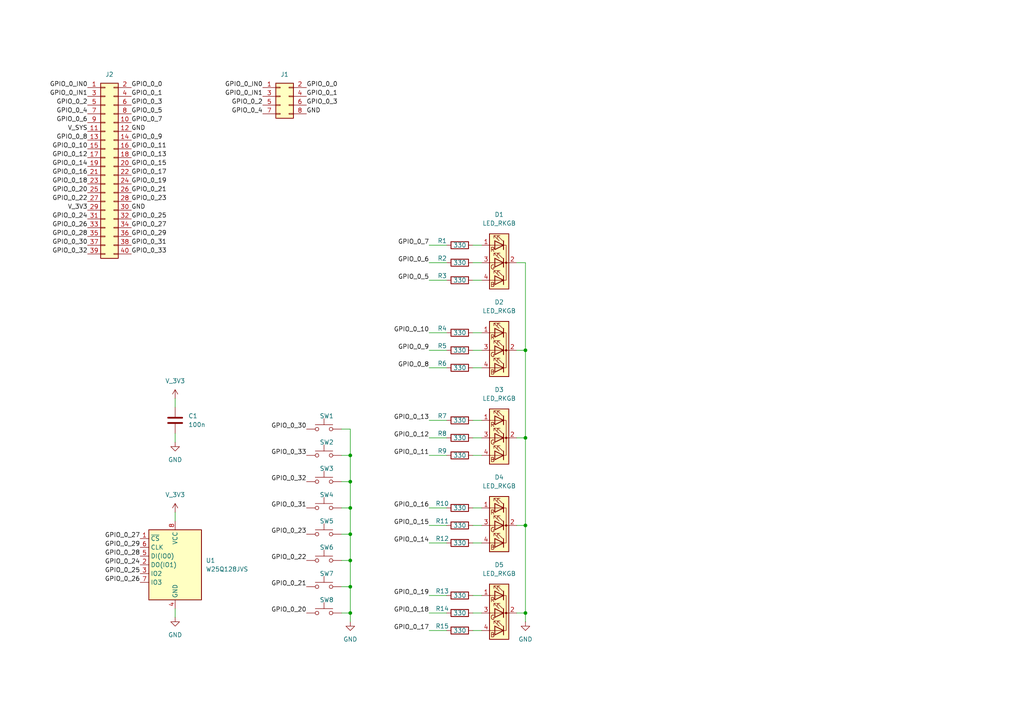
<source format=kicad_sch>
(kicad_sch (version 20231120) (generator "eeschema") (generator_version "8.0")
  (paper "A4")
  (title_block (title "FPGA IO board") (date "2024-09-12"))
  (lib_symbols
    (symbol "Connector_Generic:Conn_02x04_Odd_Even" (pin_names (offset 1.016) hide)
      (property "Reference" "J" (at 1.27 5.08 0))
      (property "Value" "Conn_02x04_Odd_Even" (at 1.27 -7.62 0))
      (symbol "Conn_02x04_Odd_Even_1_1"
        (rectangle (start -1.27 -4.953) (end 0 -5.207) (stroke (width 0.1524)))
        (rectangle (start -1.27 -2.413) (end 0 -2.667) (stroke (width 0.1524)))
        (rectangle (start -1.27 0.127) (end 0 -0.127) (stroke (width 0.1524)))
        (rectangle (start -1.27 2.667) (end 0 2.413) (stroke (width 0.1524)))
        (rectangle (start -1.27 3.81) (end 3.81 -6.35) (stroke (width 0.254)) (fill (type background)))
        (rectangle (start 3.81 -4.953) (end 2.54 -5.207) (stroke (width 0.1524)))
        (rectangle (start 3.81 -2.413) (end 2.54 -2.667) (stroke (width 0.1524)))
        (rectangle (start 3.81 0.127) (end 2.54 -0.127) (stroke (width 0.1524)))
        (rectangle (start 3.81 2.667) (end 2.54 2.413) (stroke (width 0.1524)))
        (pin passive line (at -5.08 2.54 0) (length 3.81) (name "Pin_1") (number "1"))
        (pin passive line (at 7.62 2.54 180) (length 3.81) (name "Pin_2") (number "2"))
        (pin passive line (at -5.08 0 0) (length 3.81) (name "Pin_3") (number "3"))
        (pin passive line (at 7.62 0 180) (length 3.81) (name "Pin_4") (number "4"))
        (pin passive line (at -5.08 -2.54 0) (length 3.81) (name "Pin_5") (number "5"))
        (pin passive line (at 7.62 -2.54 180) (length 3.81) (name "Pin_6") (number "6"))
        (pin passive line (at -5.08 -5.08 0) (length 3.81) (name "Pin_7") (number "7"))
        (pin passive line (at 7.62 -5.08 180) (length 3.81) (name "Pin_8") (number "8"))
      )
    )
    (symbol "Connector_Generic:Conn_02x20_Odd_Even" (pin_names (offset 1.016) hide)
      (property "Reference" "J" (at 1.27 25.4 0))
      (property "Value" "Conn_02x20_Odd_Even" (at 1.27 -27.94 0))
      (symbol "Conn_02x20_Odd_Even_1_1"
        (rectangle (start -1.27 -25.273) (end 0 -25.527) (stroke (width 0.1524)))
        (rectangle (start -1.27 -22.733) (end 0 -22.987) (stroke (width 0.1524)))
        (rectangle (start -1.27 -20.193) (end 0 -20.447) (stroke (width 0.1524)))
        (rectangle (start -1.27 -17.653) (end 0 -17.907) (stroke (width 0.1524)))
        (rectangle (start -1.27 -15.113) (end 0 -15.367) (stroke (width 0.1524)))
        (rectangle (start -1.27 -12.573) (end 0 -12.827) (stroke (width 0.1524)))
        (rectangle (start -1.27 -10.033) (end 0 -10.287) (stroke (width 0.1524)))
        (rectangle (start -1.27 -7.493) (end 0 -7.747) (stroke (width 0.1524)))
        (rectangle (start -1.27 -4.953) (end 0 -5.207) (stroke (width 0.1524)))
        (rectangle (start -1.27 -2.413) (end 0 -2.667) (stroke (width 0.1524)))
        (rectangle (start -1.27 0.127) (end 0 -0.127) (stroke (width 0.1524)))
        (rectangle (start -1.27 2.667) (end 0 2.413) (stroke (width 0.1524)))
        (rectangle (start -1.27 5.207) (end 0 4.953) (stroke (width 0.1524)))
        (rectangle (start -1.27 7.747) (end 0 7.493) (stroke (width 0.1524)))
        (rectangle (start -1.27 10.287) (end 0 10.033) (stroke (width 0.1524)))
        (rectangle (start -1.27 12.827) (end 0 12.573) (stroke (width 0.1524)))
        (rectangle (start -1.27 15.367) (end 0 15.113) (stroke (width 0.1524)))
        (rectangle (start -1.27 17.907) (end 0 17.653) (stroke (width 0.1524)))
        (rectangle (start -1.27 20.447) (end 0 20.193) (stroke (width 0.1524)))
        (rectangle (start -1.27 22.987) (end 0 22.733) (stroke (width 0.1524)))
        (rectangle (start -1.27 24.13) (end 3.81 -26.67) (stroke (width 0.254)) (fill (type background)))
        (rectangle (start 3.81 -25.273) (end 2.54 -25.527) (stroke (width 0.1524)))
        (rectangle (start 3.81 -22.733) (end 2.54 -22.987) (stroke (width 0.1524)))
        (rectangle (start 3.81 -20.193) (end 2.54 -20.447) (stroke (width 0.1524)))
        (rectangle (start 3.81 -17.653) (end 2.54 -17.907) (stroke (width 0.1524)))
        (rectangle (start 3.81 -15.113) (end 2.54 -15.367) (stroke (width 0.1524)))
        (rectangle (start 3.81 -12.573) (end 2.54 -12.827) (stroke (width 0.1524)))
        (rectangle (start 3.81 -10.033) (end 2.54 -10.287) (stroke (width 0.1524)))
        (rectangle (start 3.81 -7.493) (end 2.54 -7.747) (stroke (width 0.1524)))
        (rectangle (start 3.81 -4.953) (end 2.54 -5.207) (stroke (width 0.1524)))
        (rectangle (start 3.81 -2.413) (end 2.54 -2.667) (stroke (width 0.1524)))
        (rectangle (start 3.81 0.127) (end 2.54 -0.127) (stroke (width 0.1524)))
        (rectangle (start 3.81 2.667) (end 2.54 2.413) (stroke (width 0.1524)))
        (rectangle (start 3.81 5.207) (end 2.54 4.953) (stroke (width 0.1524)))
        (rectangle (start 3.81 7.747) (end 2.54 7.493) (stroke (width 0.1524)))
        (rectangle (start 3.81 10.287) (end 2.54 10.033) (stroke (width 0.1524)))
        (rectangle (start 3.81 12.827) (end 2.54 12.573) (stroke (width 0.1524)))
        (rectangle (start 3.81 15.367) (end 2.54 15.113) (stroke (width 0.1524)))
        (rectangle (start 3.81 17.907) (end 2.54 17.653) (stroke (width 0.1524)))
        (rectangle (start 3.81 20.447) (end 2.54 20.193) (stroke (width 0.1524)))
        (rectangle (start 3.81 22.987) (end 2.54 22.733) (stroke (width 0.1524)))
        (pin passive line (at -5.08 22.86 0) (length 3.81) (name "Pin_1") (number "1"))
        (pin passive line (at 7.62 12.7 180) (length 3.81) (name "Pin_10") (number "10"))
        (pin passive line (at -5.08 10.16 0) (length 3.81) (name "Pin_11") (number "11"))
        (pin passive line (at 7.62 10.16 180) (length 3.81) (name "Pin_12") (number "12"))
        (pin passive line (at -5.08 7.62 0) (length 3.81) (name "Pin_13") (number "13"))
        (pin passive line (at 7.62 7.62 180) (length 3.81) (name "Pin_14") (number "14"))
        (pin passive line (at -5.08 5.08 0) (length 3.81) (name "Pin_15") (number "15"))
        (pin passive line (at 7.62 5.08 180) (length 3.81) (name "Pin_16") (number "16"))
        (pin passive line (at -5.08 2.54 0) (length 3.81) (name "Pin_17") (number "17"))
        (pin passive line (at 7.62 2.54 180) (length 3.81) (name "Pin_18") (number "18"))
        (pin passive line (at -5.08 0 0) (length 3.81) (name "Pin_19") (number "19"))
        (pin passive line (at 7.62 22.86 180) (length 3.81) (name "Pin_2") (number "2"))
        (pin passive line (at 7.62 0 180) (length 3.81) (name "Pin_20") (number "20"))
        (pin passive line (at -5.08 -2.54 0) (length 3.81) (name "Pin_21") (number "21"))
        (pin passive line (at 7.62 -2.54 180) (length 3.81) (name "Pin_22") (number "22"))
        (pin passive line (at -5.08 -5.08 0) (length 3.81) (name "Pin_23") (number "23"))
        (pin passive line (at 7.62 -5.08 180) (length 3.81) (name "Pin_24") (number "24"))
        (pin passive line (at -5.08 -7.62 0) (length 3.81) (name "Pin_25") (number "25"))
        (pin passive line (at 7.62 -7.62 180) (length 3.81) (name "Pin_26") (number "26"))
        (pin passive line (at -5.08 -10.16 0) (length 3.81) (name "Pin_27") (number "27"))
        (pin passive line (at 7.62 -10.16 180) (length 3.81) (name "Pin_28") (number "28"))
        (pin passive line (at -5.08 -12.7 0) (length 3.81) (name "Pin_29") (number "29"))
        (pin passive line (at -5.08 20.32 0) (length 3.81) (name "Pin_3") (number "3"))
        (pin passive line (at 7.62 -12.7 180) (length 3.81) (name "Pin_30") (number "30"))
        (pin passive line (at -5.08 -15.24 0) (length 3.81) (name "Pin_31") (number "31"))
        (pin passive line (at 7.62 -15.24 180) (length 3.81) (name "Pin_32") (number "32"))
        (pin passive line (at -5.08 -17.78 0) (length 3.81) (name "Pin_33") (number "33"))
        (pin passive line (at 7.62 -17.78 180) (length 3.81) (name "Pin_34") (number "34"))
        (pin passive line (at -5.08 -20.32 0) (length 3.81) (name "Pin_35") (number "35"))
        (pin passive line (at 7.62 -20.32 180) (length 3.81) (name "Pin_36") (number "36"))
        (pin passive line (at -5.08 -22.86 0) (length 3.81) (name "Pin_37") (number "37"))
        (pin passive line (at 7.62 -22.86 180) (length 3.81) (name "Pin_38") (number "38"))
        (pin passive line (at -5.08 -25.4 0) (length 3.81) (name "Pin_39") (number "39"))
        (pin passive line (at 7.62 20.32 180) (length 3.81) (name "Pin_4") (number "4"))
        (pin passive line (at 7.62 -25.4 180) (length 3.81) (name "Pin_40") (number "40"))
        (pin passive line (at -5.08 17.78 0) (length 3.81) (name "Pin_5") (number "5"))
        (pin passive line (at 7.62 17.78 180) (length 3.81) (name "Pin_6") (number "6"))
        (pin passive line (at -5.08 15.24 0) (length 3.81) (name "Pin_7") (number "7"))
        (pin passive line (at 7.62 15.24 180) (length 3.81) (name "Pin_8") (number "8"))
        (pin passive line (at -5.08 12.7 0) (length 3.81) (name "Pin_9") (number "9"))
      )
    )
    (symbol "Device:C" (pin_numbers hide) (pin_names (offset 0.254))
      (property "Reference" "C" (at 0.635 2.54 0))
      (property "Value" "C" (at 0.635 -2.54 0))
      (symbol "C_0_1"
        (polyline (pts (xy -2.032 -0.762) (xy 2.032 -0.762)) (stroke (width 0.508)))
        (polyline (pts (xy -2.032 0.762) (xy 2.032 0.762)) (stroke (width 0.508)))
      )
      (symbol "C_1_1"
        (pin passive line (at 0 3.81 270) (length 2.794) (name "~") (number "1"))
        (pin passive line (at 0 -3.81 90) (length 2.794) (name "~") (number "2"))
      )
    )
    (symbol "Device:LED_RKGB" (pin_names (offset 0) hide)
      (property "Reference" "D" (at 0 9.398 0))
      (property "Value" "LED_RKGB" (at 0 -8.89 0))
      (symbol "LED_RKGB_0_0"
        (text "B" (at 1.905 -6.35 0) (effects (font (size 1.27 1.27))))
        (text "G" (at 1.905 -1.27 0) (effects (font (size 1.27 1.27))))
        (text "R" (at 1.905 3.81 0) (effects (font (size 1.27 1.27))))
      )
      (symbol "LED_RKGB_0_1"
        (circle (center -2.032 0) (radius 0.254) (fill (type outline)))
        (polyline (pts (xy -1.27 -5.08) (xy 1.27 -5.08)))
        (polyline (pts (xy -1.27 -3.81) (xy -1.27 -6.35)) (stroke (width 0.254)))
        (polyline (pts (xy -1.27 0) (xy -2.54 0)))
        (polyline (pts (xy -1.27 1.27) (xy -1.27 -1.27)) (stroke (width 0.254)))
        (polyline (pts (xy -1.27 5.08) (xy 1.27 5.08)))
        (polyline (pts (xy -1.27 6.35) (xy -1.27 3.81)) (stroke (width 0.254)))
        (polyline (pts (xy 1.27 -5.08) (xy 2.54 -5.08)))
        (polyline (pts (xy 1.27 0) (xy -1.27 0)))
        (polyline (pts (xy 1.27 0) (xy 2.54 0)))
        (polyline (pts (xy 1.27 5.08) (xy 2.54 5.08)))
        (polyline (pts (xy -1.27 1.27) (xy -1.27 -1.27) (xy -1.27 -1.27)))
        (polyline (pts (xy -1.27 6.35) (xy -1.27 3.81) (xy -1.27 3.81)))
        (polyline (pts (xy -1.27 5.08) (xy -2.032 5.08) (xy -2.032 -5.08) (xy -1.016 -5.08)))
        (polyline (pts (xy 1.27 -3.81) (xy 1.27 -6.35) (xy -1.27 -5.08) (xy 1.27 -3.81)) (stroke (width 0.254)))
        (polyline (pts (xy 1.27 1.27) (xy 1.27 -1.27) (xy -1.27 0) (xy 1.27 1.27)) (stroke (width 0.254)))
        (polyline (pts (xy 1.27 6.35) (xy 1.27 3.81) (xy -1.27 5.08) (xy 1.27 6.35)) (stroke (width 0.254)))
        (polyline (pts (xy -1.016 -3.81) (xy 0.508 -2.286) (xy -0.254 -2.286) (xy 0.508 -2.286) (xy 0.508 -3.048)))
        (polyline (pts (xy -1.016 1.27) (xy 0.508 2.794) (xy -0.254 2.794) (xy 0.508 2.794) (xy 0.508 2.032)))
        (polyline (pts (xy -1.016 6.35) (xy 0.508 7.874) (xy -0.254 7.874) (xy 0.508 7.874) (xy 0.508 7.112)))
        (polyline (pts (xy 0 -3.81) (xy 1.524 -2.286) (xy 0.762 -2.286) (xy 1.524 -2.286) (xy 1.524 -3.048)))
        (polyline (pts (xy 0 1.27) (xy 1.524 2.794) (xy 0.762 2.794) (xy 1.524 2.794) (xy 1.524 2.032)))
        (polyline (pts (xy 0 6.35) (xy 1.524 7.874) (xy 0.762 7.874) (xy 1.524 7.874) (xy 1.524 7.112)))
        (rectangle (start 1.27 -1.27) (end 1.27 1.27))
        (rectangle (start 1.27 1.27) (end 1.27 1.27))
        (rectangle (start 1.27 3.81) (end 1.27 6.35))
        (rectangle (start 1.27 6.35) (end 1.27 6.35))
        (rectangle (start 2.794 8.382) (end -2.794 -7.62) (stroke (width 0.254)) (fill (type background)))
      )
      (symbol "LED_RKGB_1_1"
        (pin passive line (at 5.08 5.08 180) (length 2.54) (name "RA") (number "1"))
        (pin passive line (at -5.08 0 0) (length 2.54) (name "K") (number "2"))
        (pin passive line (at 5.08 0 180) (length 2.54) (name "GA") (number "3"))
        (pin passive line (at 5.08 -5.08 180) (length 2.54) (name "BA") (number "4"))
      )
    )
    (symbol "Device:R" (pin_numbers hide) (pin_names (offset 0))
      (property "Reference" "R" (at 2.032 0 90))
      (property "Value" "R" (at 0 0 90))
      (symbol "R_0_1"
        (rectangle (start -1.016 -2.54) (end 1.016 2.54) (stroke (width 0.254)))
      )
      (symbol "R_1_1"
        (pin passive line (at 0 3.81 270) (length 1.27) (name "~") (number "1"))
        (pin passive line (at 0 -3.81 90) (length 1.27) (name "~") (number "2"))
      )
    )
    (symbol "Memory_Flash:W25Q128JVS"
      (property "Reference" "U" (at -8.89 8.89 0))
      (property "Value" "W25Q128JVS" (at 7.62 8.89 0))
      (symbol "W25Q128JVS_0_1"
        (rectangle (start -7.62 10.16) (end 7.62 -10.16) (stroke (width 0.254)) (fill (type background)))
      )
      (symbol "W25Q128JVS_1_1"
        (pin input line (at -10.16 7.62 0) (length 2.54) (name "~{CS}") (number "1"))
        (pin bidirectional line (at -10.16 0 0) (length 2.54) (name "DO(IO1)") (number "2"))
        (pin bidirectional line (at -10.16 -2.54 0) (length 2.54) (name "IO2") (number "3"))
        (pin power_in line (at 0 -12.7 90) (length 2.54) (name "GND") (number "4"))
        (pin bidirectional line (at -10.16 2.54 0) (length 2.54) (name "DI(IO0)") (number "5"))
        (pin input line (at -10.16 5.08 0) (length 2.54) (name "CLK") (number "6"))
        (pin bidirectional line (at -10.16 -5.08 0) (length 2.54) (name "IO3") (number "7"))
        (pin power_in line (at 0 12.7 270) (length 2.54) (name "VCC") (number "8"))
      )
    )
    (symbol "Switch:SW_Push" (pin_numbers hide) (pin_names (offset 1.016) hide)
      (property "Reference" "SW" (at 1.27 2.54 0))
      (property "Value" "SW_Push" (at 0 -1.524 0))
      (symbol "SW_Push_0_1"
        (circle (center -2.032 0) (radius 0.508))
        (polyline (pts (xy 0 1.27) (xy 0 3.048)))
        (polyline (pts (xy 2.54 1.27) (xy -2.54 1.27)))
        (circle (center 2.032 0) (radius 0.508))
        (pin passive line (at -5.08 0 0) (length 2.54) (name "1") (number "1"))
        (pin passive line (at 5.08 0 180) (length 2.54) (name "2") (number "2"))
      )
    )
    (symbol "power:+3V3" (power) (pin_numbers hide) (pin_names (offset 0) hide)
      (property "Value" "+3V3" (at 0 3.556 0))
      (symbol "+3V3_0_1"
        (polyline (pts (xy -0.762 1.27) (xy 0 2.54)))
        (polyline (pts (xy 0 0) (xy 0 2.54)))
        (polyline (pts (xy 0 2.54) (xy 0.762 1.27)))
      )
      (symbol "+3V3_1_1"
        (pin power_in line (at 0 0 90) (length 0) (name "~") (number "1"))
      )
    )
    (symbol "power:GND" (power) (pin_numbers hide) (pin_names (offset 0) hide)
      (property "Value" "GND" (at 0 -3.81 0))
      (symbol "GND_0_1"
        (polyline (pts (xy 0 0) (xy 0 -1.27) (xy 1.27 -1.27) (xy 0 -2.54) (xy -1.27 -1.27) (xy 0 -1.27)))
      )
      (symbol "GND_1_1"
        (pin power_in line (at 0 0 270) (length 0) (name "~") (number "1"))
      )
    )
  )
  (junction (at 101.6 139.7))
  (junction (at 101.6 147.32))
  (junction (at 152.4 177.8))
  (junction (at 101.6 132.08))
  (junction (at 152.4 101.6))
  (junction (at 101.6 177.8))
  (junction (at 101.6 170.18))
  (junction (at 101.6 162.56))
  (junction (at 152.4 152.4))
  (junction (at 152.4 127))
  (junction (at 101.6 154.94))
  (wire (pts (xy 50.8 125.73) (xy 50.8 128.27)))
  (wire (pts (xy 124.46 106.68) (xy 129.54 106.68)))
  (wire (pts (xy 152.4 177.8) (xy 152.4 152.4)))
  (wire (pts (xy 124.46 172.72) (xy 129.54 172.72)))
  (wire (pts (xy 137.16 81.28) (xy 139.7 81.28)))
  (wire (pts (xy 124.46 101.6) (xy 129.54 101.6)))
  (wire (pts (xy 124.46 76.2) (xy 129.54 76.2)))
  (wire (pts (xy 124.46 96.52) (xy 129.54 96.52)))
  (wire (pts (xy 152.4 152.4) (xy 152.4 127)))
  (wire (pts (xy 149.86 177.8) (xy 152.4 177.8)))
  (wire (pts (xy 137.16 132.08) (xy 139.7 132.08)))
  (wire (pts (xy 124.46 127) (xy 129.54 127)))
  (wire (pts (xy 124.46 182.88) (xy 129.54 182.88)))
  (wire (pts (xy 124.46 152.4) (xy 129.54 152.4)))
  (wire (pts (xy 137.16 106.68) (xy 139.7 106.68)))
  (wire (pts (xy 152.4 180.34) (xy 152.4 177.8)))
  (wire (pts (xy 152.4 76.2) (xy 149.86 76.2)))
  (wire (pts (xy 99.06 139.7) (xy 101.6 139.7)))
  (wire (pts (xy 99.06 154.94) (xy 101.6 154.94)))
  (wire (pts (xy 101.6 154.94) (xy 101.6 162.56)))
  (wire (pts (xy 137.16 172.72) (xy 139.7 172.72)))
  (wire (pts (xy 149.86 101.6) (xy 152.4 101.6)))
  (wire (pts (xy 99.06 147.32) (xy 101.6 147.32)))
  (wire (pts (xy 149.86 127) (xy 152.4 127)))
  (wire (pts (xy 101.6 177.8) (xy 101.6 180.34)))
  (wire (pts (xy 124.46 177.8) (xy 129.54 177.8)))
  (wire (pts (xy 152.4 101.6) (xy 152.4 76.2)))
  (wire (pts (xy 137.16 76.2) (xy 139.7 76.2)))
  (wire (pts (xy 50.8 176.53) (xy 50.8 179.07)))
  (wire (pts (xy 137.16 101.6) (xy 139.7 101.6)))
  (wire (pts (xy 137.16 127) (xy 139.7 127)))
  (wire (pts (xy 124.46 81.28) (xy 129.54 81.28)))
  (wire (pts (xy 137.16 121.92) (xy 139.7 121.92)))
  (wire (pts (xy 101.6 147.32) (xy 101.6 154.94)))
  (wire (pts (xy 101.6 139.7) (xy 101.6 147.32)))
  (wire (pts (xy 124.46 121.92) (xy 129.54 121.92)))
  (wire (pts (xy 137.16 147.32) (xy 139.7 147.32)))
  (wire (pts (xy 137.16 96.52) (xy 139.7 96.52)))
  (wire (pts (xy 101.6 170.18) (xy 101.6 177.8)))
  (wire (pts (xy 101.6 162.56) (xy 101.6 170.18)))
  (wire (pts (xy 50.8 148.59) (xy 50.8 151.13)))
  (wire (pts (xy 137.16 182.88) (xy 139.7 182.88)))
  (wire (pts (xy 124.46 71.12) (xy 129.54 71.12)))
  (wire (pts (xy 124.46 132.08) (xy 129.54 132.08)))
  (wire (pts (xy 137.16 157.48) (xy 139.7 157.48)))
  (wire (pts (xy 99.06 124.46) (xy 101.6 124.46)))
  (wire (pts (xy 124.46 147.32) (xy 129.54 147.32)))
  (wire (pts (xy 137.16 152.4) (xy 139.7 152.4)))
  (wire (pts (xy 137.16 177.8) (xy 139.7 177.8)))
  (wire (pts (xy 50.8 115.57) (xy 50.8 118.11)))
  (wire (pts (xy 137.16 71.12) (xy 139.7 71.12)))
  (wire (pts (xy 149.86 152.4) (xy 152.4 152.4)))
  (wire (pts (xy 124.46 157.48) (xy 129.54 157.48)))
  (wire (pts (xy 99.06 132.08) (xy 101.6 132.08)))
  (wire (pts (xy 99.06 170.18) (xy 101.6 170.18)))
  (wire (pts (xy 101.6 124.46) (xy 101.6 132.08)))
  (wire (pts (xy 101.6 132.08) (xy 101.6 139.7)))
  (wire (pts (xy 99.06 162.56) (xy 101.6 162.56)))
  (wire (pts (xy 152.4 127) (xy 152.4 101.6)))
  (wire (pts (xy 99.06 177.8) (xy 101.6 177.8)))
  (label "GND" (at 38.1 38.1 0))
  (label "GPIO_0_3" (at 88.9 30.48 0))
  (label "GPIO_0_26" (at 40.64 168.91 180))
  (label "GPIO_0_25" (at 38.1 63.5 0))
  (label "GPIO_0_10" (at 25.4 43.18 180))
  (label "GPIO_0_6" (at 25.4 35.56 180))
  (label "GPIO_0_15" (at 124.46 152.4 180))
  (label "GPIO_0_7" (at 124.46 71.12 180))
  (label "GPIO_0_3" (at 38.1 30.48 0))
  (label "GPIO_0_13" (at 38.1 45.72 0))
  (label "GPIO_0_30" (at 25.4 71.12 180))
  (label "GPIO_0_15" (at 38.1 48.26 0))
  (label "GPIO_0_14" (at 25.4 48.26 180))
  (label "GPIO_0_29" (at 40.64 158.75 180))
  (label "GPIO_0_11" (at 38.1 43.18 0))
  (label "GPIO_0_28" (at 40.64 161.29 180))
  (label "GPIO_0_12" (at 124.46 127 180))
  (label "GPIO_0_13" (at 124.46 121.92 180))
  (label "GPIO_0_29" (at 38.1 68.58 0))
  (label "GPIO_0_11" (at 124.46 132.08 180))
  (label "GPIO_0_IN0" (at 25.4 25.4 180))
  (label "GPIO_0_28" (at 25.4 68.58 180))
  (label "GPIO_0_9" (at 38.1 40.64 0))
  (label "GPIO_0_1" (at 88.9 27.94 0))
  (label "GPIO_0_6" (at 124.46 76.2 180))
  (label "GPIO_0_21" (at 88.9 170.18 180))
  (label "GPIO_0_18" (at 25.4 53.34 180))
  (label "GPIO_0_10" (at 124.46 96.52 180))
  (label "GPIO_0_31" (at 38.1 71.12 0))
  (label "GPIO_0_IN1" (at 25.4 27.94 180))
  (label "GPIO_0_26" (at 25.4 66.04 180))
  (label "GPIO_0_7" (at 38.1 35.56 0))
  (label "GPIO_0_22" (at 88.9 162.56 180))
  (label "GPIO_0_23" (at 88.9 154.94 180))
  (label "GPIO_0_5" (at 124.46 81.28 180))
  (label "GPIO_0_14" (at 124.46 157.48 180))
  (label "GPIO_0_32" (at 25.4 73.66 180))
  (label "GPIO_0_17" (at 124.46 182.88 180))
  (label "GPIO_0_12" (at 25.4 45.72 180))
  (label "GPIO_0_19" (at 38.1 53.34 0))
  (label "GPIO_0_8" (at 25.4 40.64 180))
  (label "GPIO_0_1" (at 38.1 27.94 0))
  (label "GPIO_0_20" (at 88.9 177.8 180))
  (label "GPIO_0_IN1" (at 76.2 27.94 180))
  (label "GPIO_0_23" (at 38.1 58.42 0))
  (label "V_SYS" (at 25.4 38.1 180))
  (label "GPIO_0_20" (at 25.4 55.88 180))
  (label "GPIO_0_18" (at 124.46 177.8 180))
  (label "GPIO_0_21" (at 38.1 55.88 0))
  (label "GPIO_0_0" (at 38.1 25.4 0))
  (label "GPIO_0_31" (at 88.9 147.32 180))
  (label "GPIO_0_32" (at 88.9 139.7 180))
  (label "GPIO_0_27" (at 40.64 156.21 180))
  (label "GPIO_0_33" (at 38.1 73.66 0))
  (label "GPIO_0_25" (at 40.64 166.37 180))
  (label "GPIO_0_2" (at 76.2 30.48 180))
  (label "GPIO_0_5" (at 38.1 33.02 0))
  (label "GPIO_0_4" (at 76.2 33.02 180))
  (label "V_3V3" (at 25.4 60.96 180))
  (label "GPIO_0_24" (at 40.64 163.83 180))
  (label "GND" (at 38.1 60.96 0))
  (label "GPIO_0_8" (at 124.46 106.68 180))
  (label "GPIO_0_9" (at 124.46 101.6 180))
  (label "GPIO_0_24" (at 25.4 63.5 180))
  (label "GPIO_0_33" (at 88.9 132.08 180))
  (label "GPIO_0_27" (at 38.1 66.04 0))
  (label "GPIO_0_IN0" (at 76.2 25.4 180))
  (label "GPIO_0_16" (at 124.46 147.32 180))
  (label "GPIO_0_17" (at 38.1 50.8 0))
  (label "GPIO_0_16" (at 25.4 50.8 180))
  (label "GND" (at 88.9 33.02 0))
  (label "GPIO_0_30" (at 88.9 124.46 180))
  (label "GPIO_0_22" (at 25.4 58.42 180))
  (label "GPIO_0_0" (at 88.9 25.4 0))
  (label "GPIO_0_2" (at 25.4 30.48 180))
  (label "GPIO_0_4" (at 25.4 33.02 180))
  (label "GPIO_0_19" (at 124.46 172.72 180))
  (symbol (lib_id "Switch:SW_Push") (at 93.98 170.18 0) (unit 1)
    (property "Reference" "SW7" (at 92.71 166.37 0) (effects (justify left)))
    (property "Value" "SW_Push" (effects (hide yes)))
    (property "Footprint" "Button_Switch_SMD:SW_Push_1P1T_NO_6x6mm_H9.5mm" (effects (hide yes)))
    (property "Description" "Push button switch, generic, two pins" (effects (hide yes)))
  )
  (symbol (lib_id "Device:C") (at 50.8 121.92 0) (unit 1)
    (property "Reference" "C1" (at 54.61 120.6499 0) (effects (justify left)))
    (property "Value" "100n" (at 54.61 123.1899 0) (effects (justify left)))
    (property "Footprint" "Capacitor_SMD:C_0603_1608Metric" (effects (hide yes)))
    (property "Description" "Unpolarized capacitor" (effects (hide yes)))
  )
  (symbol (lib_id "Device:R") (at 133.35 172.72 90) (unit 1)
    (property "Reference" "R13" (at 128.27 171.45 90))
    (property "Value" "330" (at 133.35 172.72 90))
    (property "Footprint" "Resistor_SMD:R_0805_2012Metric" (effects (hide yes)))
    (property "Description" "Resistor" (effects (hide yes)))
  )
  (symbol (lib_id "Device:R") (at 133.35 147.32 90) (unit 1)
    (property "Reference" "R10" (at 128.27 146.05 90))
    (property "Value" "330" (at 133.35 147.32 90))
    (property "Footprint" "Resistor_SMD:R_0805_2012Metric" (effects (hide yes)))
    (property "Description" "Resistor" (effects (hide yes)))
  )
  (symbol (lib_id "Switch:SW_Push") (at 93.98 162.56 0) (unit 1)
    (property "Reference" "SW6" (at 92.71 158.75 0) (effects (justify left)))
    (property "Value" "SW_Push" (effects (hide yes)))
    (property "Footprint" "Button_Switch_SMD:SW_Push_1P1T_NO_6x6mm_H9.5mm" (effects (hide yes)))
    (property "Description" "Push button switch, generic, two pins" (effects (hide yes)))
  )
  (symbol (lib_id "Device:R") (at 133.35 81.28 90) (unit 1)
    (property "Reference" "R3" (at 128.27 80.01 90))
    (property "Value" "330" (at 133.35 81.28 90))
    (property "Footprint" "Resistor_SMD:R_0805_2012Metric" (effects (hide yes)))
    (property "Description" "Resistor" (effects (hide yes)))
  )
  (symbol (lib_id "power:GND") (at 50.8 179.07 0) (unit 1)
    (property "Reference" "#PWR04" (effects (hide yes)))
    (property "Value" "GND" (at 50.8 184.15 0))
    (property "Description" "Power symbol creates a global label with name \"GND\" , ground" (effects (hide yes)))
  )
  (symbol (lib_id "power:GND") (at 152.4 180.34 0) (unit 1)
    (property "Reference" "#PWR06" (effects (hide yes)))
    (property "Value" "GND" (at 152.4 185.42 0))
    (property "Description" "Power symbol creates a global label with name \"GND\" , ground" (effects (hide yes)))
  )
  (symbol (lib_id "Switch:SW_Push") (at 93.98 147.32 0) (unit 1)
    (property "Reference" "SW4" (at 92.71 143.51 0) (effects (justify left)))
    (property "Value" "SW_Push" (effects (hide yes)))
    (property "Footprint" "Button_Switch_SMD:SW_Push_1P1T_NO_6x6mm_H9.5mm" (effects (hide yes)))
    (property "Description" "Push button switch, generic, two pins" (effects (hide yes)))
  )
  (symbol (lib_id "power:+3V3") (at 50.8 148.59 0) (unit 1)
    (property "Reference" "#PWR03" (effects (hide yes)))
    (property "Value" "V_3V3" (at 50.8 143.51 0))
    (property "Description" "Power symbol creates a global label with name \"+3V3\"" (effects (hide yes)))
  )
  (symbol (lib_id "Device:R") (at 133.35 106.68 90) (unit 1)
    (property "Reference" "R6" (at 128.27 105.41 90))
    (property "Value" "330" (at 133.35 106.68 90))
    (property "Footprint" "Resistor_SMD:R_0805_2012Metric" (effects (hide yes)))
    (property "Description" "Resistor" (effects (hide yes)))
  )
  (symbol (lib_id "Device:R") (at 133.35 76.2 90) (unit 1)
    (property "Reference" "R2" (at 128.27 74.93 90))
    (property "Value" "330" (at 133.35 76.2 90))
    (property "Footprint" "Resistor_SMD:R_0805_2012Metric" (effects (hide yes)))
    (property "Description" "Resistor" (effects (hide yes)))
  )
  (symbol (lib_id "Connector_Generic:Conn_02x20_Odd_Even") (at 30.48 48.26 0) (unit 1)
    (property "Reference" "J2" (at 31.75 21.59 0))
    (property "Value" "Conn_02x20_Odd_Even" (effects (hide yes)))
    (property "Footprint" "Connector_PinSocket_2.54mm:PinSocket_2x20_P2.54mm_Vertical" (effects (hide yes)))
    (property "Description" "Generic connector, double row, 02x20, odd/even pin numbering scheme (row 1 odd numbers, row 2 even numbers), script generated (kicad-library-utils/schlib/autogen/connector/)" (effects (hide yes)))
  )
  (symbol (lib_id "Device:LED_RKGB") (at 144.78 101.6 0) (mirror y) (unit 1)
    (property "Reference" "D2" (at 144.78 87.63 0))
    (property "Value" "LED_RKGB" (at 144.78 90.17 0))
    (property "Footprint" "LED_THT:LED_D5.0mm-4_RGB" (effects (hide yes)))
    (property "Description" "RGB LED, red/cathode/green/blue" (effects (hide yes)))
  )
  (symbol (lib_id "Switch:SW_Push") (at 93.98 132.08 0) (unit 1)
    (property "Reference" "SW2" (at 92.71 128.27 0) (effects (justify left)))
    (property "Value" "SW_Push" (effects (hide yes)))
    (property "Footprint" "Button_Switch_SMD:SW_Push_1P1T_NO_6x6mm_H9.5mm" (effects (hide yes)))
    (property "Description" "Push button switch, generic, two pins" (effects (hide yes)))
  )
  (symbol (lib_id "Device:R") (at 133.35 127 90) (unit 1)
    (property "Reference" "R8" (at 128.27 125.73 90))
    (property "Value" "330" (at 133.35 127 90))
    (property "Footprint" "Resistor_SMD:R_0805_2012Metric" (effects (hide yes)))
    (property "Description" "Resistor" (effects (hide yes)))
  )
  (symbol (lib_id "Switch:SW_Push") (at 93.98 177.8 0) (unit 1)
    (property "Reference" "SW8" (at 92.71 173.99 0) (effects (justify left)))
    (property "Value" "SW_Push" (effects (hide yes)))
    (property "Footprint" "Button_Switch_SMD:SW_Push_1P1T_NO_6x6mm_H9.5mm" (effects (hide yes)))
    (property "Description" "Push button switch, generic, two pins" (effects (hide yes)))
  )
  (symbol (lib_id "Device:R") (at 133.35 177.8 90) (unit 1)
    (property "Reference" "R14" (at 128.27 176.53 90))
    (property "Value" "330" (at 133.35 177.8 90))
    (property "Footprint" "Resistor_SMD:R_0805_2012Metric" (effects (hide yes)))
    (property "Description" "Resistor" (effects (hide yes)))
  )
  (symbol (lib_id "power:+3V3") (at 50.8 115.57 0) (unit 1)
    (property "Reference" "#PWR01" (effects (hide yes)))
    (property "Value" "V_3V3" (at 50.8 110.49 0))
    (property "Description" "Power symbol creates a global label with name \"+3V3\"" (effects (hide yes)))
  )
  (symbol (lib_id "Device:R") (at 133.35 71.12 90) (unit 1)
    (property "Reference" "R1" (at 128.27 69.85 90))
    (property "Value" "330" (at 133.35 71.12 90))
    (property "Footprint" "Resistor_SMD:R_0805_2012Metric" (effects (hide yes)))
    (property "Description" "Resistor" (effects (hide yes)))
  )
  (symbol (lib_id "Device:R") (at 133.35 152.4 90) (unit 1)
    (property "Reference" "R11" (at 128.27 151.13 90))
    (property "Value" "330" (at 133.35 152.4 90))
    (property "Footprint" "Resistor_SMD:R_0805_2012Metric" (effects (hide yes)))
    (property "Description" "Resistor" (effects (hide yes)))
  )
  (symbol (lib_id "Device:R") (at 133.35 132.08 90) (unit 1)
    (property "Reference" "R9" (at 128.27 130.81 90))
    (property "Value" "330" (at 133.35 132.08 90))
    (property "Footprint" "Resistor_SMD:R_0805_2012Metric" (effects (hide yes)))
    (property "Description" "Resistor" (effects (hide yes)))
  )
  (symbol (lib_id "power:GND") (at 50.8 128.27 0) (unit 1)
    (property "Reference" "#PWR02" (effects (hide yes)))
    (property "Value" "GND" (at 50.8 133.35 0))
    (property "Description" "Power symbol creates a global label with name \"GND\" , ground" (effects (hide yes)))
  )
  (symbol (lib_id "Device:LED_RKGB") (at 144.78 76.2 0) (mirror y) (unit 1)
    (property "Reference" "D1" (at 144.78 62.23 0))
    (property "Value" "LED_RKGB" (at 144.78 64.77 0))
    (property "Footprint" "LED_THT:LED_D5.0mm-4_RGB" (effects (hide yes)))
    (property "Description" "RGB LED, red/cathode/green/blue" (effects (hide yes)))
  )
  (symbol (lib_id "Device:LED_RKGB") (at 144.78 177.8 0) (mirror y) (unit 1)
    (property "Reference" "D5" (at 144.78 163.83 0))
    (property "Value" "LED_RKGB" (at 144.78 166.37 0))
    (property "Footprint" "LED_THT:LED_D5.0mm-4_RGB" (effects (hide yes)))
    (property "Description" "RGB LED, red/cathode/green/blue" (effects (hide yes)))
  )
  (symbol (lib_id "Connector_Generic:Conn_02x04_Odd_Even") (at 81.28 27.94 0) (unit 1)
    (property "Reference" "J1" (at 82.55 21.59 0))
    (property "Value" "Conn_02x04_Odd_Even" (effects (hide yes)))
    (property "Footprint" "Connector_PinHeader_2.54mm:PinHeader_2x04_P2.54mm_Vertical" (effects (hide yes)))
    (property "Description" "Generic connector, double row, 02x04, odd/even pin numbering scheme (row 1 odd numbers, row 2 even numbers), script generated (kicad-library-utils/schlib/autogen/connector/)" (effects (hide yes)))
  )
  (symbol (lib_id "Device:LED_RKGB") (at 144.78 127 0) (mirror y) (unit 1)
    (property "Reference" "D3" (at 144.78 113.03 0))
    (property "Value" "LED_RKGB" (at 144.78 115.57 0))
    (property "Footprint" "LED_THT:LED_D5.0mm-4_RGB" (effects (hide yes)))
    (property "Description" "RGB LED, red/cathode/green/blue" (effects (hide yes)))
  )
  (symbol (lib_id "Switch:SW_Push") (at 93.98 124.46 0) (unit 1)
    (property "Reference" "SW1" (at 92.71 120.65 0) (effects (justify left)))
    (property "Value" "SW_Push" (effects (hide yes)))
    (property "Footprint" "Button_Switch_SMD:SW_Push_1P1T_NO_6x6mm_H9.5mm" (effects (hide yes)))
    (property "Description" "Push button switch, generic, two pins" (effects (hide yes)))
  )
  (symbol (lib_id "Device:R") (at 133.35 121.92 90) (unit 1)
    (property "Reference" "R7" (at 128.27 120.65 90))
    (property "Value" "330" (at 133.35 121.92 90))
    (property "Footprint" "Resistor_SMD:R_0805_2012Metric" (effects (hide yes)))
    (property "Description" "Resistor" (effects (hide yes)))
  )
  (symbol (lib_id "Switch:SW_Push") (at 93.98 139.7 0) (unit 1)
    (property "Reference" "SW3" (at 92.71 135.89 0) (effects (justify left)))
    (property "Value" "SW_Push" (effects (hide yes)))
    (property "Footprint" "Button_Switch_SMD:SW_Push_1P1T_NO_6x6mm_H9.5mm" (effects (hide yes)))
    (property "Description" "Push button switch, generic, two pins" (effects (hide yes)))
  )
  (symbol (lib_id "Device:R") (at 133.35 101.6 90) (unit 1)
    (property "Reference" "R5" (at 128.27 100.33 90))
    (property "Value" "330" (at 133.35 101.6 90))
    (property "Footprint" "Resistor_SMD:R_0805_2012Metric" (effects (hide yes)))
    (property "Description" "Resistor" (effects (hide yes)))
  )
  (symbol (lib_id "Memory_Flash:W25Q128JVS") (at 50.8 163.83 0) (unit 1)
    (property "Reference" "U1" (at 59.69 162.5599 0) (effects (justify left)))
    (property "Value" "W25Q128JVS" (at 59.69 165.0999 0) (effects (justify left)))
    (property "Footprint" "Package_SO:SOIC-8_5.23x5.23mm_P1.27mm" (effects (hide yes)))
    (property "Datasheet" "http://www.winbond.com/resource-files/w25q128jv_dtr%20revc%2003272018%20plus.pdf" (effects (hide yes)))
    (property "Description" "128Mb Serial Flash Memory, Standard/Dual/Quad SPI, SOIC-8" (effects (hide yes)))
  )
  (symbol (lib_id "Device:LED_RKGB") (at 144.78 152.4 0) (mirror y) (unit 1)
    (property "Reference" "D4" (at 144.78 138.43 0))
    (property "Value" "LED_RKGB" (at 144.78 140.97 0))
    (property "Footprint" "LED_THT:LED_D5.0mm-4_RGB" (effects (hide yes)))
    (property "Description" "RGB LED, red/cathode/green/blue" (effects (hide yes)))
  )
  (symbol (lib_id "power:GND") (at 101.6 180.34 0) (unit 1)
    (property "Reference" "#PWR05" (effects (hide yes)))
    (property "Value" "GND" (at 101.6 185.42 0))
    (property "Description" "Power symbol creates a global label with name \"GND\" , ground" (effects (hide yes)))
  )
  (symbol (lib_id "Device:R") (at 133.35 182.88 90) (unit 1)
    (property "Reference" "R15" (at 128.27 181.61 90))
    (property "Value" "330" (at 133.35 182.88 90))
    (property "Footprint" "Resistor_SMD:R_0805_2012Metric" (effects (hide yes)))
    (property "Description" "Resistor" (effects (hide yes)))
  )
  (symbol (lib_id "Device:R") (at 133.35 157.48 90) (unit 1)
    (property "Reference" "R12" (at 128.27 156.21 90))
    (property "Value" "330" (at 133.35 157.48 90))
    (property "Footprint" "Resistor_SMD:R_0805_2012Metric" (effects (hide yes)))
    (property "Description" "Resistor" (effects (hide yes)))
  )
  (symbol (lib_id "Switch:SW_Push") (at 93.98 154.94 0) (unit 1)
    (property "Reference" "SW5" (at 92.71 151.13 0) (effects (justify left)))
    (property "Value" "SW_Push" (effects (hide yes)))
    (property "Footprint" "Button_Switch_SMD:SW_Push_1P1T_NO_6x6mm_H9.5mm" (effects (hide yes)))
    (property "Description" "Push button switch, generic, two pins" (effects (hide yes)))
  )
  (symbol (lib_id "Device:R") (at 133.35 96.52 90) (unit 1)
    (property "Reference" "R4" (at 128.27 95.25 90))
    (property "Value" "330" (at 133.35 96.52 90))
    (property "Footprint" "Resistor_SMD:R_0805_2012Metric" (effects (hide yes)))
    (property "Description" "Resistor" (effects (hide yes)))
  )
)
</source>
